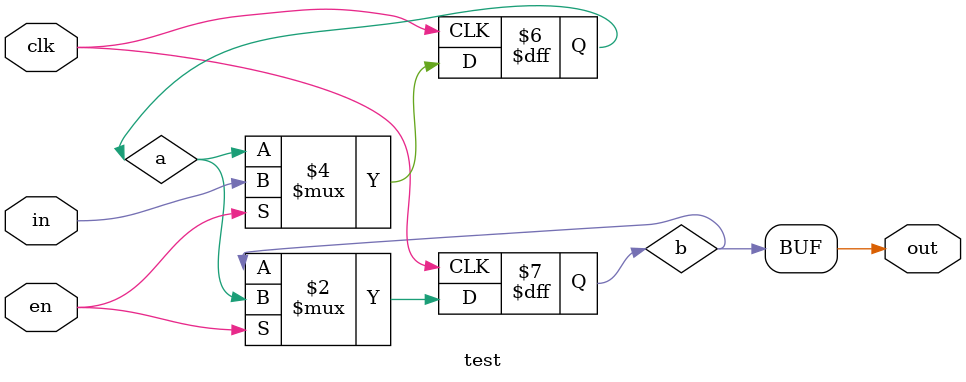
<source format=sv>
module test (
  input logic  clk,
  input logic  en,
  input logic  in,
  output logic  out
);

logic   a;
logic   b;

always @(posedge clk) begin
  if (en) begin
    a <= in;
    b <= a;
  end
end
assign out = b;
endmodule   // test


</source>
